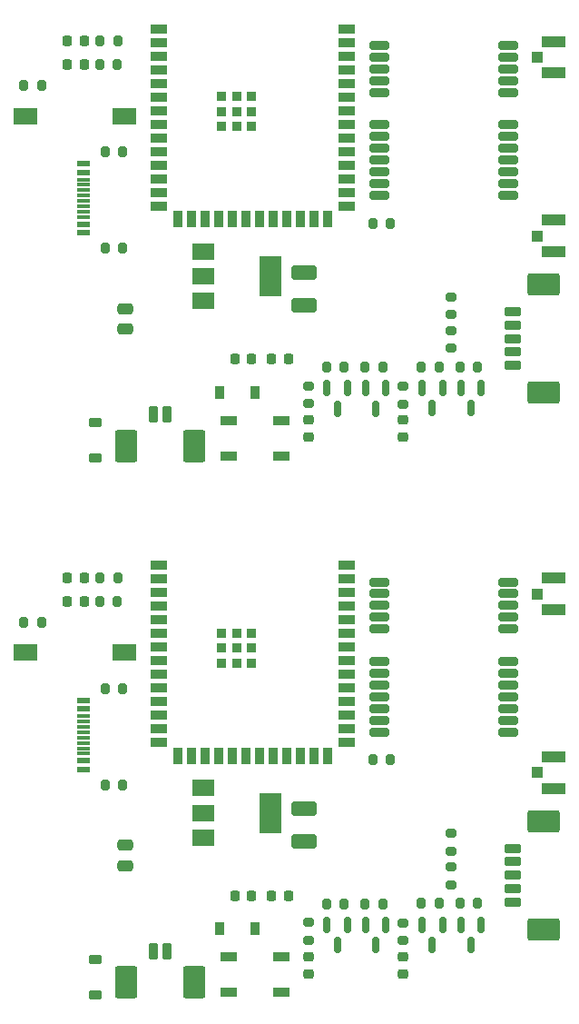
<source format=gbr>
%TF.GenerationSoftware,KiCad,Pcbnew,7.0.11*%
%TF.CreationDate,2024-05-24T13:54:11+08:00*%
%TF.ProjectId,panel,70616e65-6c2e-46b6-9963-61645f706362,rev?*%
%TF.SameCoordinates,Original*%
%TF.FileFunction,Paste,Top*%
%TF.FilePolarity,Positive*%
%FSLAX46Y46*%
G04 Gerber Fmt 4.6, Leading zero omitted, Abs format (unit mm)*
G04 Created by KiCad (PCBNEW 7.0.11) date 2024-05-24 13:54:11*
%MOMM*%
%LPD*%
G01*
G04 APERTURE LIST*
G04 Aperture macros list*
%AMRoundRect*
0 Rectangle with rounded corners*
0 $1 Rounding radius*
0 $2 $3 $4 $5 $6 $7 $8 $9 X,Y pos of 4 corners*
0 Add a 4 corners polygon primitive as box body*
4,1,4,$2,$3,$4,$5,$6,$7,$8,$9,$2,$3,0*
0 Add four circle primitives for the rounded corners*
1,1,$1+$1,$2,$3*
1,1,$1+$1,$4,$5*
1,1,$1+$1,$6,$7*
1,1,$1+$1,$8,$9*
0 Add four rect primitives between the rounded corners*
20,1,$1+$1,$2,$3,$4,$5,0*
20,1,$1+$1,$4,$5,$6,$7,0*
20,1,$1+$1,$6,$7,$8,$9,0*
20,1,$1+$1,$8,$9,$2,$3,0*%
G04 Aperture macros list end*
%ADD10R,1.500000X0.900000*%
%ADD11R,0.900000X1.500000*%
%ADD12R,0.900000X0.900000*%
%ADD13RoundRect,0.218750X0.256250X-0.218750X0.256250X0.218750X-0.256250X0.218750X-0.256250X-0.218750X0*%
%ADD14RoundRect,0.200000X0.200000X0.275000X-0.200000X0.275000X-0.200000X-0.275000X0.200000X-0.275000X0*%
%ADD15R,2.180000X1.600000*%
%ADD16RoundRect,0.218750X-0.218750X-0.256250X0.218750X-0.256250X0.218750X0.256250X-0.218750X0.256250X0*%
%ADD17R,1.160000X0.600000*%
%ADD18R,1.160000X0.300000*%
%ADD19R,1.050000X1.000000*%
%ADD20R,2.200000X1.050000*%
%ADD21RoundRect,0.225000X-0.375000X0.225000X-0.375000X-0.225000X0.375000X-0.225000X0.375000X0.225000X0*%
%ADD22RoundRect,0.200000X-0.275000X0.200000X-0.275000X-0.200000X0.275000X-0.200000X0.275000X0.200000X0*%
%ADD23R,2.000000X1.500000*%
%ADD24R,2.000000X3.800000*%
%ADD25RoundRect,0.200000X0.600000X-0.200000X0.600000X0.200000X-0.600000X0.200000X-0.600000X-0.200000X0*%
%ADD26RoundRect,0.250001X1.249999X-0.799999X1.249999X0.799999X-1.249999X0.799999X-1.249999X-0.799999X0*%
%ADD27RoundRect,0.200000X-0.200000X-0.275000X0.200000X-0.275000X0.200000X0.275000X-0.200000X0.275000X0*%
%ADD28RoundRect,0.200000X-0.200000X-0.600000X0.200000X-0.600000X0.200000X0.600000X-0.200000X0.600000X0*%
%ADD29RoundRect,0.250001X-0.799999X-1.249999X0.799999X-1.249999X0.799999X1.249999X-0.799999X1.249999X0*%
%ADD30RoundRect,0.150000X-0.150000X0.587500X-0.150000X-0.587500X0.150000X-0.587500X0.150000X0.587500X0*%
%ADD31RoundRect,0.250000X-0.925000X0.412500X-0.925000X-0.412500X0.925000X-0.412500X0.925000X0.412500X0*%
%ADD32RoundRect,0.200000X0.275000X-0.200000X0.275000X0.200000X-0.275000X0.200000X-0.275000X-0.200000X0*%
%ADD33RoundRect,0.250000X-0.475000X0.250000X-0.475000X-0.250000X0.475000X-0.250000X0.475000X0.250000X0*%
%ADD34RoundRect,0.225000X0.225000X0.250000X-0.225000X0.250000X-0.225000X-0.250000X0.225000X-0.250000X0*%
%ADD35R,0.900000X1.200000*%
%ADD36RoundRect,0.200000X0.700000X0.200000X-0.700000X0.200000X-0.700000X-0.200000X0.700000X-0.200000X0*%
G04 APERTURE END LIST*
D10*
%TO.C,U8*%
X92879648Y-26245063D03*
X92879648Y-27515063D03*
X92879648Y-28785063D03*
X92879648Y-30055063D03*
X92879648Y-31325063D03*
X92879648Y-32595063D03*
X92879648Y-33865063D03*
X92879648Y-35135063D03*
X92879648Y-36405063D03*
X92879648Y-37675063D03*
X92879648Y-38945063D03*
X92879648Y-40215063D03*
X92879648Y-41485063D03*
X92879648Y-42755063D03*
D11*
X94644648Y-44005063D03*
X95914648Y-44005063D03*
X97184648Y-44005063D03*
X98454648Y-44005063D03*
X99724648Y-44005063D03*
X100994648Y-44005063D03*
X102264648Y-44005063D03*
X103534648Y-44005063D03*
X104804648Y-44005063D03*
X106074648Y-44005063D03*
X107344648Y-44005063D03*
X108614648Y-44005063D03*
D10*
X110379648Y-42755063D03*
X110379648Y-41485063D03*
X110379648Y-40215063D03*
X110379648Y-38945063D03*
X110379648Y-37675063D03*
X110379648Y-36405063D03*
X110379648Y-35135063D03*
X110379648Y-33865063D03*
X110379648Y-32595063D03*
X110379648Y-31325063D03*
X110379648Y-30055063D03*
X110379648Y-28785063D03*
X110379648Y-27515063D03*
X110379648Y-26245063D03*
D12*
X98729648Y-32565063D03*
X100129648Y-32565063D03*
X101529648Y-32565063D03*
X98729648Y-33965063D03*
X100129648Y-33965063D03*
X101529648Y-33965063D03*
X98729648Y-35365063D03*
X100129648Y-35365063D03*
X101529648Y-35365063D03*
%TD*%
D13*
%TO.C,D2*%
X115685248Y-64302563D03*
X115685248Y-62727563D03*
%TD*%
D14*
%TO.C,R18*%
X89012148Y-79615077D03*
X87362148Y-79615077D03*
%TD*%
D15*
%TO.C,SW1*%
X80431248Y-34378763D03*
X89611248Y-34378763D03*
%TD*%
D16*
%TO.C,D3*%
X84332148Y-77415077D03*
X85907148Y-77415077D03*
%TD*%
D17*
%TO.C,J3*%
X85879648Y-88845077D03*
X85879648Y-89645077D03*
D18*
X85879648Y-90795077D03*
X85879648Y-91795077D03*
X85879648Y-92295077D03*
X85879648Y-93295077D03*
D17*
X85879648Y-94445077D03*
X85879648Y-95245077D03*
X85879648Y-95245077D03*
X85879648Y-94445077D03*
D18*
X85879648Y-93795077D03*
X85879648Y-92795077D03*
X85879648Y-91295077D03*
X85879648Y-90295077D03*
D17*
X85879648Y-89645077D03*
X85879648Y-88845077D03*
%TD*%
D19*
%TO.C,J10*%
X128196248Y-45568763D03*
D20*
X129721248Y-44093763D03*
X129721248Y-47043763D03*
%TD*%
D21*
%TO.C,D9*%
X86979648Y-62965063D03*
X86979648Y-66265063D03*
%TD*%
D22*
%TO.C,R4*%
X120099948Y-104375077D03*
X120099948Y-106025077D03*
%TD*%
D23*
%TO.C,U1*%
X96979648Y-97015077D03*
X96979648Y-99315077D03*
D24*
X103279648Y-99315077D03*
D23*
X96979648Y-101615077D03*
%TD*%
D25*
%TO.C,J2*%
X125868648Y-107618677D03*
X125868648Y-106368677D03*
X125868648Y-105118677D03*
X125868648Y-103868677D03*
X125868648Y-102618677D03*
D26*
X128768648Y-110168677D03*
X128768648Y-100068677D03*
%TD*%
D14*
%TO.C,R19*%
X89047148Y-27415063D03*
X87397148Y-27415063D03*
%TD*%
D25*
%TO.C,J2*%
X125868648Y-57618663D03*
X125868648Y-56368663D03*
X125868648Y-55118663D03*
X125868648Y-53868663D03*
X125868648Y-52618663D03*
D26*
X128768648Y-60168663D03*
X128768648Y-50068663D03*
%TD*%
D23*
%TO.C,U1*%
X96979648Y-47015063D03*
X96979648Y-49315063D03*
D24*
X103279648Y-49315063D03*
D23*
X96979648Y-51615063D03*
%TD*%
D27*
%TO.C,R1*%
X80279648Y-31565063D03*
X81929648Y-31565063D03*
%TD*%
D13*
%TO.C,D4*%
X106821248Y-114302577D03*
X106821248Y-112727577D03*
%TD*%
D14*
%TO.C,R16*%
X122610248Y-107761277D03*
X120960248Y-107761277D03*
%TD*%
D28*
%TO.C,J14*%
X92379648Y-62215063D03*
X93629648Y-62215063D03*
D29*
X89829648Y-65115063D03*
X96179648Y-65115063D03*
%TD*%
D14*
%TO.C,R2*%
X114479648Y-94365077D03*
X112829648Y-94365077D03*
%TD*%
D17*
%TO.C,J3*%
X85879648Y-38845063D03*
X85879648Y-39645063D03*
D18*
X85879648Y-40795063D03*
X85879648Y-41795063D03*
X85879648Y-42295063D03*
X85879648Y-43295063D03*
D17*
X85879648Y-44445063D03*
X85879648Y-45245063D03*
X85879648Y-45245063D03*
X85879648Y-44445063D03*
D18*
X85879648Y-43795063D03*
X85879648Y-42795063D03*
X85879648Y-41295063D03*
X85879648Y-40295063D03*
D17*
X85879648Y-39645063D03*
X85879648Y-38845063D03*
%TD*%
D30*
%TO.C,Q3*%
X119335248Y-59723763D03*
X117435248Y-59723763D03*
X118385248Y-61598763D03*
%TD*%
D16*
%TO.C,D5*%
X84329648Y-29595063D03*
X85904648Y-29595063D03*
%TD*%
D31*
%TO.C,C12*%
X106379648Y-98927577D03*
X106379648Y-102002577D03*
%TD*%
D27*
%TO.C,R5*%
X87869948Y-37725063D03*
X89519948Y-37725063D03*
%TD*%
%TO.C,R20*%
X117360248Y-107761277D03*
X119010248Y-107761277D03*
%TD*%
%TO.C,R24*%
X108496248Y-107791277D03*
X110146248Y-107791277D03*
%TD*%
D30*
%TO.C,Q4*%
X114071248Y-109753777D03*
X112171248Y-109753777D03*
X113121248Y-111628777D03*
%TD*%
D13*
%TO.C,D4*%
X106821248Y-64302563D03*
X106821248Y-62727563D03*
%TD*%
D14*
%TO.C,R19*%
X89047148Y-77415077D03*
X87397148Y-77415077D03*
%TD*%
D30*
%TO.C,Q1*%
X122935248Y-109723777D03*
X121035248Y-109723777D03*
X121985248Y-111598777D03*
%TD*%
D32*
%TO.C,R25*%
X106821248Y-111177577D03*
X106821248Y-109527577D03*
%TD*%
D33*
%TO.C,C5*%
X89729648Y-52315063D03*
X89729648Y-54215063D03*
%TD*%
D32*
%TO.C,R6*%
X120099948Y-52875063D03*
X120099948Y-51225063D03*
%TD*%
D19*
%TO.C,J5*%
X128196248Y-28903763D03*
D20*
X129721248Y-27428763D03*
X129721248Y-30378763D03*
%TD*%
D32*
%TO.C,R22*%
X115685248Y-111215077D03*
X115685248Y-109565077D03*
%TD*%
D19*
%TO.C,J5*%
X128196248Y-78903777D03*
D20*
X129721248Y-77428777D03*
X129721248Y-80378777D03*
%TD*%
D32*
%TO.C,R6*%
X120099948Y-102875077D03*
X120099948Y-101225077D03*
%TD*%
D28*
%TO.C,J14*%
X92379648Y-112215077D03*
X93629648Y-112215077D03*
D29*
X89829648Y-115115077D03*
X96179648Y-115115077D03*
%TD*%
D32*
%TO.C,R22*%
X115685248Y-61215063D03*
X115685248Y-59565063D03*
%TD*%
D34*
%TO.C,C6*%
X101534948Y-57035063D03*
X99984948Y-57035063D03*
%TD*%
D30*
%TO.C,Q1*%
X122935248Y-59723763D03*
X121035248Y-59723763D03*
X121985248Y-61598763D03*
%TD*%
D10*
%TO.C,D7*%
X99379648Y-62765063D03*
X99379648Y-66065063D03*
X104279648Y-66065063D03*
X104279648Y-62765063D03*
%TD*%
D34*
%TO.C,C10*%
X104944948Y-107015077D03*
X103394948Y-107015077D03*
%TD*%
D10*
%TO.C,D7*%
X99379648Y-112765077D03*
X99379648Y-116065077D03*
X104279648Y-116065077D03*
X104279648Y-112765077D03*
%TD*%
D14*
%TO.C,R18*%
X89012148Y-29615063D03*
X87362148Y-29615063D03*
%TD*%
D16*
%TO.C,D3*%
X84332148Y-27415063D03*
X85907148Y-27415063D03*
%TD*%
D13*
%TO.C,D2*%
X115685248Y-114302577D03*
X115685248Y-112727577D03*
%TD*%
D21*
%TO.C,D9*%
X86979648Y-112965077D03*
X86979648Y-116265077D03*
%TD*%
D35*
%TO.C,D8*%
X98579648Y-60115063D03*
X101879648Y-60115063D03*
%TD*%
D14*
%TO.C,R16*%
X122610248Y-57761263D03*
X120960248Y-57761263D03*
%TD*%
D30*
%TO.C,Q5*%
X110471248Y-59753763D03*
X108571248Y-59753763D03*
X109521248Y-61628763D03*
%TD*%
D36*
%TO.C,U7*%
X125481248Y-41798763D03*
X125481248Y-40698763D03*
X125481248Y-39598763D03*
X125481248Y-38498763D03*
X125481248Y-37398763D03*
X125481248Y-36298763D03*
X125481248Y-35198763D03*
X125481248Y-32198763D03*
X125481248Y-31098763D03*
X125481248Y-29998763D03*
X125481248Y-28898763D03*
X125481248Y-27798763D03*
X113481248Y-27798763D03*
X113481248Y-28898763D03*
X113481248Y-29998763D03*
X113481248Y-31098763D03*
X113481248Y-32198763D03*
X113481248Y-35198763D03*
X113481248Y-36298763D03*
X113481248Y-37398763D03*
X113481248Y-38498763D03*
X113481248Y-39598763D03*
X113481248Y-40698763D03*
X113481248Y-41798763D03*
%TD*%
D35*
%TO.C,D8*%
X98579648Y-110115077D03*
X101879648Y-110115077D03*
%TD*%
D19*
%TO.C,J10*%
X128196248Y-95568777D03*
D20*
X129721248Y-94093777D03*
X129721248Y-97043777D03*
%TD*%
D14*
%TO.C,R23*%
X113746248Y-107791277D03*
X112096248Y-107791277D03*
%TD*%
D15*
%TO.C,SW1*%
X80431248Y-84378777D03*
X89611248Y-84378777D03*
%TD*%
D30*
%TO.C,Q4*%
X114071248Y-59753763D03*
X112171248Y-59753763D03*
X113121248Y-61628763D03*
%TD*%
D34*
%TO.C,C10*%
X104944948Y-57015063D03*
X103394948Y-57015063D03*
%TD*%
D27*
%TO.C,R1*%
X80279648Y-81565077D03*
X81929648Y-81565077D03*
%TD*%
%TO.C,R7*%
X87869948Y-46725063D03*
X89519948Y-46725063D03*
%TD*%
%TO.C,R20*%
X117360248Y-57761263D03*
X119010248Y-57761263D03*
%TD*%
D14*
%TO.C,R2*%
X114479648Y-44365063D03*
X112829648Y-44365063D03*
%TD*%
D10*
%TO.C,U8*%
X92879648Y-76245077D03*
X92879648Y-77515077D03*
X92879648Y-78785077D03*
X92879648Y-80055077D03*
X92879648Y-81325077D03*
X92879648Y-82595077D03*
X92879648Y-83865077D03*
X92879648Y-85135077D03*
X92879648Y-86405077D03*
X92879648Y-87675077D03*
X92879648Y-88945077D03*
X92879648Y-90215077D03*
X92879648Y-91485077D03*
X92879648Y-92755077D03*
D11*
X94644648Y-94005077D03*
X95914648Y-94005077D03*
X97184648Y-94005077D03*
X98454648Y-94005077D03*
X99724648Y-94005077D03*
X100994648Y-94005077D03*
X102264648Y-94005077D03*
X103534648Y-94005077D03*
X104804648Y-94005077D03*
X106074648Y-94005077D03*
X107344648Y-94005077D03*
X108614648Y-94005077D03*
D10*
X110379648Y-92755077D03*
X110379648Y-91485077D03*
X110379648Y-90215077D03*
X110379648Y-88945077D03*
X110379648Y-87675077D03*
X110379648Y-86405077D03*
X110379648Y-85135077D03*
X110379648Y-83865077D03*
X110379648Y-82595077D03*
X110379648Y-81325077D03*
X110379648Y-80055077D03*
X110379648Y-78785077D03*
X110379648Y-77515077D03*
X110379648Y-76245077D03*
D12*
X98729648Y-82565077D03*
X100129648Y-82565077D03*
X101529648Y-82565077D03*
X98729648Y-83965077D03*
X100129648Y-83965077D03*
X101529648Y-83965077D03*
X98729648Y-85365077D03*
X100129648Y-85365077D03*
X101529648Y-85365077D03*
%TD*%
D22*
%TO.C,R4*%
X120099948Y-54375063D03*
X120099948Y-56025063D03*
%TD*%
D30*
%TO.C,Q3*%
X119335248Y-109723777D03*
X117435248Y-109723777D03*
X118385248Y-111598777D03*
%TD*%
D27*
%TO.C,R24*%
X108496248Y-57791263D03*
X110146248Y-57791263D03*
%TD*%
D34*
%TO.C,C6*%
X101534948Y-107035077D03*
X99984948Y-107035077D03*
%TD*%
D31*
%TO.C,C12*%
X106379648Y-48927563D03*
X106379648Y-52002563D03*
%TD*%
D36*
%TO.C,U7*%
X125481248Y-91798777D03*
X125481248Y-90698777D03*
X125481248Y-89598777D03*
X125481248Y-88498777D03*
X125481248Y-87398777D03*
X125481248Y-86298777D03*
X125481248Y-85198777D03*
X125481248Y-82198777D03*
X125481248Y-81098777D03*
X125481248Y-79998777D03*
X125481248Y-78898777D03*
X125481248Y-77798777D03*
X113481248Y-77798777D03*
X113481248Y-78898777D03*
X113481248Y-79998777D03*
X113481248Y-81098777D03*
X113481248Y-82198777D03*
X113481248Y-85198777D03*
X113481248Y-86298777D03*
X113481248Y-87398777D03*
X113481248Y-88498777D03*
X113481248Y-89598777D03*
X113481248Y-90698777D03*
X113481248Y-91798777D03*
%TD*%
D32*
%TO.C,R25*%
X106821248Y-61177563D03*
X106821248Y-59527563D03*
%TD*%
D30*
%TO.C,Q5*%
X110471248Y-109753777D03*
X108571248Y-109753777D03*
X109521248Y-111628777D03*
%TD*%
D14*
%TO.C,R23*%
X113746248Y-57791263D03*
X112096248Y-57791263D03*
%TD*%
D27*
%TO.C,R5*%
X87869948Y-87725077D03*
X89519948Y-87725077D03*
%TD*%
D33*
%TO.C,C5*%
X89729648Y-102315077D03*
X89729648Y-104215077D03*
%TD*%
D16*
%TO.C,D5*%
X84329648Y-79595077D03*
X85904648Y-79595077D03*
%TD*%
D27*
%TO.C,R7*%
X87869948Y-96725077D03*
X89519948Y-96725077D03*
%TD*%
M02*

</source>
